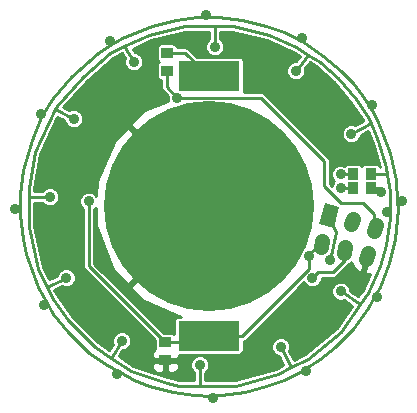
<source format=gbr>
G04 #@! TF.FileFunction,Copper,L2,Bot,Signal*
%FSLAX46Y46*%
G04 Gerber Fmt 4.6, Leading zero omitted, Abs format (unit mm)*
G04 Created by KiCad (PCBNEW (2015-03-21 BZR 5528)-product) date Wed 25 Mar 2015 08:48:55 AM EET*
%MOMM*%
G01*
G04 APERTURE LIST*
%ADD10C,0.100000*%
%ADD11C,1.300000*%
%ADD12C,17.800000*%
%ADD13R,5.200000X2.500000*%
%ADD14R,1.000760X0.899160*%
%ADD15R,0.899160X1.000760*%
%ADD16C,0.900000*%
%ADD17C,0.889000*%
%ADD18C,0.254000*%
G04 APERTURE END LIST*
D10*
G36*
X9341883Y-1516056D02*
X9807757Y222611D01*
X11063461Y-113854D01*
X10597587Y-1852521D01*
X9341883Y-1516056D01*
X9341883Y-1516056D01*
G37*
D11*
X9620329Y-2988288D02*
X9490919Y-3471250D01*
X12199229Y-1091112D02*
X12069819Y-1574074D01*
X11552181Y-3505926D02*
X11422771Y-3988888D01*
X14131081Y-1608750D02*
X14001671Y-2091712D01*
X13484033Y-4023564D02*
X13354623Y-4506526D01*
D12*
X0Y0D03*
D13*
X0Y-10985000D03*
X0Y10985000D03*
D14*
X-3683000Y-11567160D03*
X-3683000Y-13070840D03*
X-3556000Y12943840D03*
X-3556000Y11440160D03*
D15*
X13705840Y2667000D03*
X12202160Y2667000D03*
X13705840Y1524000D03*
X12202160Y1524000D03*
D16*
X11176000Y-7239000D03*
X6096000Y-11938000D03*
X-762000Y-13462000D03*
X-7366000Y-11430000D03*
X-12065000Y-6096000D03*
X-13462000Y762000D03*
X-11430000Y7366000D03*
X-6350000Y12192000D03*
X508000Y13462000D03*
X7366000Y11430000D03*
X12065000Y6096000D03*
X15112994Y-508000D03*
X16383000Y381000D03*
X14224000Y-7747000D03*
X8255000Y-13970000D03*
X381000Y-16256000D03*
X-7747000Y-14224000D03*
X-13970000Y-8382000D03*
X-16383000Y-254000D03*
X-14224000Y7747000D03*
X-8382000Y13970000D03*
X-254000Y16129000D03*
D17*
X7874000Y14224000D03*
D16*
X13843000Y8509000D03*
X14605000Y1143000D03*
X-10160000Y381000D03*
X8476501Y-4238253D03*
X-862500Y862500D03*
X-862500Y-862500D03*
X11198810Y1546810D03*
X11176000Y2667000D03*
X-2672703Y9162596D03*
X8758115Y-6076505D03*
X10287000Y-4572000D03*
X12069819Y-1574074D03*
D18*
X11176000Y-7239000D02*
X12799060Y-8323580D01*
X6096000Y-11938000D02*
X6959600Y-13665200D01*
X-762000Y-13462000D02*
X-762000Y-15240000D01*
X-7366000Y-11430000D02*
X-8274538Y-12856308D01*
X-12065000Y-6096000D02*
X-13716000Y-6858000D01*
X-13462000Y762000D02*
X-15240000Y762000D01*
X-11430000Y7366000D02*
X-13051336Y8173423D01*
X-6350000Y12192000D02*
X-7141737Y13526429D01*
X508000Y13462000D02*
X508000Y15240000D01*
X7366000Y11430000D02*
X8439079Y12791326D01*
X9398000Y12192000D02*
X8439079Y12791326D01*
X8439079Y12791326D02*
X7366000Y13462000D01*
X13716000Y6985000D02*
X14351000Y5461000D01*
X15367000Y1270000D02*
X15367000Y-762000D01*
X15367000Y-762000D02*
X15367000Y-1016000D01*
X15113000Y2624667D02*
X15367000Y1270000D01*
X14986000Y3302000D02*
X15113000Y2624667D01*
X14351000Y5461000D02*
X14986000Y3302000D01*
X13462000Y7493000D02*
X12446000Y9017000D01*
X12065000Y6096000D02*
X13716000Y6985000D01*
X13716000Y6985000D02*
X13462000Y7493000D01*
X10922000Y10795000D02*
X9398000Y12192000D01*
X12446000Y9017000D02*
X10922000Y10795000D01*
X14986000Y-3302000D02*
X15367000Y-1016000D01*
X14478000Y-5080000D02*
X14986000Y-3302000D01*
X13462000Y-7366000D02*
X14478000Y-5080000D01*
X11176000Y-10668000D02*
X12799060Y-8323580D01*
X12799060Y-8323580D02*
X13462000Y-7366000D01*
X8382000Y-12954000D02*
X11176000Y-10668000D01*
X5842000Y-14224000D02*
X6959600Y-13665200D01*
X6959600Y-13665200D02*
X8382000Y-12954000D01*
X2286000Y-15240000D02*
X5842000Y-14224000D01*
X-2540000Y-15240000D02*
X-762000Y-15240000D01*
X-762000Y-15240000D02*
X2286000Y-15240000D01*
X-3556000Y-14986000D02*
X-2540000Y-15240000D01*
X-6604000Y-13970000D02*
X-3556000Y-14986000D01*
X-9652000Y-11938000D02*
X-8274538Y-12856308D01*
X-8274538Y-12856308D02*
X-6604000Y-13970000D01*
X-11938000Y-9652000D02*
X-9652000Y-11938000D01*
X-13208000Y-7874000D02*
X-11938000Y-9652000D01*
X-14478000Y-5334000D02*
X-13716000Y-6858000D01*
X-13716000Y-6858000D02*
X-13208000Y-7874000D01*
X-15240000Y-1778000D02*
X-14478000Y-5334000D01*
X-15240000Y1524000D02*
X-15240000Y762000D01*
X-15240000Y762000D02*
X-15240000Y-1778000D01*
X-14732000Y4572000D02*
X-15240000Y1524000D01*
X-12954000Y8382000D02*
X-13051336Y8173423D01*
X-13051336Y8173423D02*
X-14732000Y4572000D01*
X-10668000Y10922000D02*
X-12954000Y8382000D01*
X-8382000Y12954000D02*
X-10668000Y10922000D01*
X-5080000Y14478000D02*
X-7141737Y13526429D01*
X-7141737Y13526429D02*
X-8382000Y12954000D01*
X-2032000Y15240000D02*
X-5080000Y14478000D01*
X2032000Y15240000D02*
X508000Y15240000D01*
X508000Y15240000D02*
X-2032000Y15240000D01*
X5080000Y14478000D02*
X2032000Y15240000D01*
X7366000Y13462000D02*
X5080000Y14478000D01*
X15367000Y-762000D02*
X15367000Y-633604D01*
X15367000Y-633604D02*
X15241396Y-508000D01*
X15241396Y-508000D02*
X15112994Y-508000D01*
X15105063Y2667000D02*
X15113000Y2667000D01*
X15113000Y2667000D02*
X15113000Y2624667D01*
X13705840Y2667000D02*
X15105063Y2667000D01*
X15968671Y379246D02*
X15968671Y379251D01*
X16383000Y381000D02*
X15968671Y379246D01*
X14224000Y-7747000D02*
X14001262Y-7692292D01*
X8255000Y-13970000D02*
X8255000Y-13716000D01*
X381000Y-16256000D02*
X254000Y-16129000D01*
X-13970000Y-8382000D02*
X-13705217Y-8249009D01*
X-16383000Y-254000D02*
X-16002000Y-381000D01*
X-14114585Y7684477D02*
X-14114585Y7684476D01*
X-14224000Y7747000D02*
X-14114585Y7684477D01*
X-8382000Y13970000D02*
X-8324921Y13624674D01*
X-254000Y16129000D02*
X-254000Y16002000D01*
X16002000Y-254000D02*
X15748000Y-2794000D01*
X13970000Y7765143D02*
X14351000Y7112000D01*
X15875000Y2159000D02*
X15968671Y379251D01*
X15968671Y379251D02*
X16002000Y-254000D01*
X15367000Y4445000D02*
X15875000Y2159000D01*
X14351000Y7112000D02*
X15367000Y4445000D01*
X12954000Y9398000D02*
X13637036Y8335938D01*
X12192000Y10414000D02*
X12954000Y9398000D01*
X11176000Y11430000D02*
X12192000Y10414000D01*
X9652000Y12700000D02*
X11176000Y11430000D01*
X7874000Y13970000D02*
X9652000Y12700000D01*
X6350000Y14732000D02*
X7874000Y13970000D01*
X4826000Y15240000D02*
X6350000Y14732000D01*
X2794000Y15748000D02*
X4826000Y15240000D01*
X762000Y16002000D02*
X2794000Y15748000D01*
X-1016000Y16002000D02*
X-254000Y16002000D01*
X-254000Y16002000D02*
X762000Y16002000D01*
X-2794000Y15748000D02*
X-1016000Y16002000D01*
X-4826000Y15240000D02*
X-2794000Y15748000D01*
X-7366000Y14224000D02*
X-4826000Y15240000D01*
X-9398000Y12954000D02*
X-8324921Y13624674D01*
X-8324921Y13624674D02*
X-7366000Y14224000D01*
X-11684000Y10922000D02*
X-9398000Y12954000D01*
X-13208000Y9144000D02*
X-11684000Y10922000D01*
X-14224000Y7493000D02*
X-14114585Y7684476D01*
X-14114585Y7684476D02*
X-13208000Y9144000D01*
X-14986000Y5588000D02*
X-14224000Y7493000D01*
X-15748000Y3048000D02*
X-14986000Y5588000D01*
X-16002000Y1016000D02*
X-15748000Y3048000D01*
X-16002000Y-762000D02*
X-16002000Y-381000D01*
X-16002000Y-381000D02*
X-16002000Y1016000D01*
X-15748000Y-2794000D02*
X-16002000Y-762000D01*
X-15494000Y-4064000D02*
X-15748000Y-2794000D01*
X-14478000Y-6858000D02*
X-15494000Y-4064000D01*
X-13208000Y-9144000D02*
X-13705217Y-8249009D01*
X-13705217Y-8249009D02*
X-14478000Y-6858000D01*
X-11938000Y-10668000D02*
X-13208000Y-9144000D01*
X-10160000Y-12446000D02*
X-11938000Y-10668000D01*
X-8636000Y-13462000D02*
X-10160000Y-12446000D01*
X-7493000Y-14097000D02*
X-8636000Y-13462000D01*
X-6350000Y-14732000D02*
X-7493000Y-14097000D01*
X-5080000Y-15240000D02*
X-6350000Y-14732000D01*
X-3048000Y-15748000D02*
X-5080000Y-15240000D01*
X-1270000Y-16002000D02*
X-3048000Y-15748000D01*
X1016000Y-16002000D02*
X254000Y-16129000D01*
X254000Y-16129000D02*
X-1270000Y-16002000D01*
X3048000Y-15748000D02*
X1016000Y-16002000D01*
X4826000Y-15240000D02*
X3048000Y-15748000D01*
X6350000Y-14732000D02*
X4826000Y-15240000D01*
X7874000Y-13970000D02*
X6350000Y-14732000D01*
X9398000Y-12954000D02*
X8255000Y-13716000D01*
X8255000Y-13716000D02*
X7874000Y-13970000D01*
X10668000Y-11938000D02*
X9398000Y-12954000D01*
X12192000Y-10414000D02*
X10668000Y-11938000D01*
X13462000Y-8636000D02*
X12192000Y-10414000D01*
X14478000Y-6858000D02*
X14001262Y-7692292D01*
X14001262Y-7692292D02*
X13462000Y-8636000D01*
X15240000Y-4826000D02*
X14478000Y-6858000D01*
X15748000Y-2794000D02*
X15240000Y-4826000D01*
X13637036Y8335938D02*
X13970000Y7765143D01*
X13462000Y8636000D02*
X13637036Y8335938D01*
X13843000Y8509000D02*
X13637036Y8335938D01*
X-7620000Y-14224000D02*
X-7493000Y-14097000D01*
X-7747000Y-14224000D02*
X-7620000Y-14224000D01*
X14224000Y1524000D02*
X14605000Y1143000D01*
X13705840Y1524000D02*
X14224000Y1524000D01*
X-2032000Y12954000D02*
X0Y10985000D01*
X-3556000Y12943840D02*
X-2032000Y12954000D01*
X-582160Y-11567160D02*
X0Y-10985000D01*
X-3683000Y-11567160D02*
X-582160Y-11567160D01*
X-10160000Y-5090160D02*
X-10160000Y381000D01*
X-3683000Y-11567160D02*
X-10160000Y-5090160D01*
X8476501Y-4874649D02*
X8476501Y-4238253D01*
X0Y-10985000D02*
X2854000Y-10985000D01*
X2854000Y-10985000D02*
X8476501Y-5362499D01*
X8476501Y-5362499D02*
X8476501Y-4874649D01*
X8476501Y-4132116D02*
X9620329Y-2988288D01*
X8476501Y-4238253D02*
X8476501Y-4132116D01*
X-862500Y862500D02*
X0Y0D01*
X-862500Y-862500D02*
X0Y0D01*
X0Y0D02*
X0Y-1270000D01*
X12179350Y1546810D02*
X12202160Y1524000D01*
X11198810Y1546810D02*
X12179350Y1546810D01*
X11176000Y2667000D02*
X12202160Y2667000D01*
X-3556000Y10038736D02*
X-3548843Y10038736D01*
X-3548843Y10038736D02*
X-2672703Y9162596D01*
X-3556000Y10038736D02*
X-3556000Y11440160D01*
X13081000Y254000D02*
X14001671Y-666671D01*
X9779000Y1651000D02*
X11176000Y254000D01*
X14001671Y-666671D02*
X14001671Y-2091712D01*
X9779000Y3768922D02*
X9779000Y1651000D01*
X4385326Y9162596D02*
X9779000Y3768922D01*
X11176000Y254000D02*
X13081000Y254000D01*
X-2672703Y9162596D02*
X4385326Y9162596D01*
X9208114Y-5626506D02*
X10502494Y-5626506D01*
X8758115Y-6076505D02*
X9208114Y-5626506D01*
X11552181Y-4576819D02*
X11552181Y-3505926D01*
X10502494Y-5626506D02*
X11552181Y-4576819D01*
X10758035Y-2216824D02*
X10137967Y-1056436D01*
X10287000Y-4572000D02*
X10758035Y-2216824D01*
G36*
X14475372Y3327792D02*
X14413397Y3422139D01*
X14295219Y3501911D01*
X14155420Y3529947D01*
X13256260Y3529947D01*
X13120671Y3503639D01*
X13001501Y3425357D01*
X12953913Y3354859D01*
X12909717Y3422139D01*
X12791539Y3501911D01*
X12651740Y3529947D01*
X11752580Y3529947D01*
X11616991Y3503639D01*
X11497821Y3425357D01*
X11487435Y3409972D01*
X11336947Y3472460D01*
X11016459Y3472740D01*
X10720260Y3350353D01*
X10493443Y3123932D01*
X10370540Y2827947D01*
X10370260Y2507459D01*
X10492647Y2211260D01*
X10608188Y2095517D01*
X10516253Y2003742D01*
X10396692Y1715808D01*
X10261600Y1850899D01*
X10261600Y3768922D01*
X10224864Y3953605D01*
X10120250Y4110172D01*
X4726576Y9503846D01*
X4570009Y9608460D01*
X4385326Y9645196D01*
X2944557Y9645196D01*
X2962567Y9735000D01*
X2962567Y12235000D01*
X2936259Y12370589D01*
X2857977Y12489759D01*
X2739799Y12569531D01*
X2600000Y12597567D01*
X-970659Y12597567D01*
X-1696165Y13300580D01*
X-1773419Y13350458D01*
X-1850293Y13401085D01*
X-1852486Y13401507D01*
X-1854360Y13402716D01*
X-1944905Y13419250D01*
X-2035217Y13436589D01*
X-2700569Y13432154D01*
X-2719361Y13529009D01*
X-2797643Y13648179D01*
X-2915821Y13727951D01*
X-3055620Y13755987D01*
X-4056380Y13755987D01*
X-4191969Y13729679D01*
X-4311139Y13651397D01*
X-4390911Y13533219D01*
X-4418947Y13393420D01*
X-4418947Y12494260D01*
X-4392639Y12358671D01*
X-4314357Y12239501D01*
X-4243859Y12191914D01*
X-4311139Y12147717D01*
X-4390911Y12029539D01*
X-4418947Y11889740D01*
X-4418947Y10990580D01*
X-4392639Y10854991D01*
X-4314357Y10735821D01*
X-4196179Y10656049D01*
X-4056380Y10628013D01*
X-4038600Y10628013D01*
X-4038600Y10038736D01*
X-4001864Y9854053D01*
X-3897250Y9697486D01*
X-3875682Y9683075D01*
X-3478197Y9285590D01*
X-3478443Y9003055D01*
X-3433888Y8895222D01*
X-5187479Y8222134D01*
X-5611099Y7939080D01*
X-6671700Y6851305D01*
X0Y179605D01*
X14142Y193748D01*
X193747Y14143D01*
X179605Y0D01*
X193747Y-14142D01*
X14142Y-193747D01*
X0Y-179605D01*
X-6671700Y-6851305D01*
X-5611099Y-7939080D01*
X-2391963Y-9372433D01*
X-2600000Y-9372433D01*
X-2735589Y-9398741D01*
X-2854759Y-9477023D01*
X-2934531Y-9595201D01*
X-2962567Y-9735000D01*
X-2962567Y-10837221D01*
X-3042821Y-10783049D01*
X-3182620Y-10755013D01*
X-3812647Y-10755013D01*
X-9677400Y-4890260D01*
X-9677400Y-275539D01*
X-9541953Y-140329D01*
X-9581423Y-1646131D01*
X-8222134Y-5187479D01*
X-7939080Y-5611099D01*
X-6851305Y-6671700D01*
X-179605Y0D01*
X-6851305Y6671700D01*
X-7939080Y5611099D01*
X-9482028Y2145825D01*
X-9515327Y875487D01*
X-9703068Y1063557D01*
X-9999053Y1186460D01*
X-10319541Y1186740D01*
X-10615740Y1064353D01*
X-10842557Y837932D01*
X-10965460Y541947D01*
X-10965740Y221459D01*
X-10843353Y-74740D01*
X-10642600Y-275844D01*
X-10642600Y-5090160D01*
X-10605864Y-5274843D01*
X-10501250Y-5431410D01*
X-4545947Y-11386713D01*
X-4545947Y-12016740D01*
X-4533846Y-12079108D01*
X-4543079Y-12082933D01*
X-4721707Y-12261562D01*
X-4818380Y-12494951D01*
X-4818380Y-12785090D01*
X-4659630Y-12943840D01*
X-3810000Y-12943840D01*
X-3810000Y-12923840D01*
X-3556000Y-12923840D01*
X-3556000Y-12943840D01*
X-2706370Y-12943840D01*
X-2547620Y-12785090D01*
X-2547620Y-12597567D01*
X2600000Y-12597567D01*
X2735589Y-12571259D01*
X2854759Y-12492977D01*
X2934531Y-12374799D01*
X2962567Y-12235000D01*
X2962567Y-11446004D01*
X3038683Y-11430864D01*
X3195250Y-11326250D01*
X8049761Y-6471738D01*
X8074762Y-6532245D01*
X8301183Y-6759062D01*
X8597168Y-6881965D01*
X8917656Y-6882245D01*
X9213855Y-6759858D01*
X9440672Y-6533437D01*
X9563575Y-6237452D01*
X9563687Y-6109106D01*
X10502494Y-6109106D01*
X10687177Y-6072370D01*
X10843744Y-5967756D01*
X11893427Y-4918071D01*
X11893431Y-4918069D01*
X11893431Y-4918068D01*
X11915722Y-4884706D01*
X11915723Y-4884706D01*
X11919206Y-4883524D01*
X12081851Y-4740887D01*
X12081803Y-4755271D01*
X12273881Y-5223424D01*
X12630492Y-5582435D01*
X12718505Y-5623030D01*
X12942315Y-5554592D01*
X13263785Y-4354848D01*
X13244466Y-4349671D01*
X13310206Y-4104325D01*
X13329525Y-4109502D01*
X13334701Y-4090183D01*
X13580047Y-4155923D01*
X13574871Y-4175242D01*
X13594189Y-4180418D01*
X13528449Y-4425764D01*
X13509131Y-4420588D01*
X13187660Y-5620332D01*
X13347266Y-5791506D01*
X13443785Y-5800356D01*
X13655245Y-5742934D01*
X13039408Y-7128568D01*
X12672486Y-7658566D01*
X11981637Y-7196920D01*
X11981740Y-7079459D01*
X11859353Y-6783260D01*
X11632932Y-6556443D01*
X11336947Y-6433540D01*
X11016459Y-6433260D01*
X10720260Y-6555647D01*
X10493443Y-6782068D01*
X10370540Y-7078053D01*
X10370260Y-7398541D01*
X10492647Y-7694740D01*
X10719068Y-7921557D01*
X11015053Y-8044460D01*
X11335541Y-8044740D01*
X11445301Y-7999387D01*
X12123010Y-8452254D01*
X10817854Y-10337478D01*
X8118045Y-12546414D01*
X7175425Y-13017723D01*
X6817335Y-12301543D01*
X6901460Y-12098947D01*
X6901740Y-11778459D01*
X6779353Y-11482260D01*
X6552932Y-11255443D01*
X6256947Y-11132540D01*
X5936459Y-11132260D01*
X5640260Y-11254647D01*
X5413443Y-11481068D01*
X5290540Y-11777053D01*
X5290260Y-12097541D01*
X5412647Y-12393740D01*
X5639068Y-12620557D01*
X5935053Y-12743460D01*
X5959177Y-12743481D01*
X6312123Y-13449374D01*
X5666292Y-13772290D01*
X2218411Y-14757400D01*
X-279400Y-14757400D01*
X-279400Y-14118539D01*
X-79443Y-13918932D01*
X43460Y-13622947D01*
X43740Y-13302459D01*
X-78647Y-13006260D01*
X-305068Y-12779443D01*
X-601053Y-12656540D01*
X-921541Y-12656260D01*
X-1217740Y-12778647D01*
X-1444557Y-13005068D01*
X-1567460Y-13301053D01*
X-1567740Y-13621541D01*
X-1445353Y-13917740D01*
X-1244600Y-14118844D01*
X-1244600Y-14757400D01*
X-2480588Y-14757400D01*
X-2547620Y-14740642D01*
X-2547620Y-13646729D01*
X-2547620Y-13356590D01*
X-2706370Y-13197840D01*
X-3556000Y-13197840D01*
X-3556000Y-13996670D01*
X-3397250Y-14155420D01*
X-3308929Y-14155420D01*
X-3056310Y-14155420D01*
X-2822921Y-14058747D01*
X-2644293Y-13880118D01*
X-2547620Y-13646729D01*
X-2547620Y-14740642D01*
X-3420972Y-14522304D01*
X-3810000Y-14392627D01*
X-3810000Y-13996670D01*
X-3810000Y-13197840D01*
X-4659630Y-13197840D01*
X-4818380Y-13356590D01*
X-4818380Y-13646729D01*
X-4721707Y-13880118D01*
X-4543079Y-14058747D01*
X-4309690Y-14155420D01*
X-4057071Y-14155420D01*
X-3968750Y-14155420D01*
X-3810000Y-13996670D01*
X-3810000Y-14392627D01*
X-6390080Y-13532601D01*
X-7613572Y-12716940D01*
X-7306998Y-12235652D01*
X-7206459Y-12235740D01*
X-6910260Y-12113353D01*
X-6683443Y-11886932D01*
X-6560540Y-11590947D01*
X-6560260Y-11270459D01*
X-6682647Y-10974260D01*
X-6909068Y-10747443D01*
X-7205053Y-10624540D01*
X-7525541Y-10624260D01*
X-7821740Y-10746647D01*
X-8048557Y-10973068D01*
X-8171460Y-11269053D01*
X-8171740Y-11589541D01*
X-8119835Y-11715161D01*
X-8416840Y-12181427D01*
X-9344538Y-11562962D01*
X-11568510Y-9338990D01*
X-12793284Y-7624305D01*
X-13061675Y-7087524D01*
X-12453664Y-6806904D01*
X-12225947Y-6901460D01*
X-11905459Y-6901740D01*
X-11609260Y-6779353D01*
X-11382443Y-6552932D01*
X-11259540Y-6256947D01*
X-11259260Y-5936459D01*
X-11381647Y-5640260D01*
X-11608068Y-5413443D01*
X-11904053Y-5290540D01*
X-12224541Y-5290260D01*
X-12520740Y-5412647D01*
X-12747557Y-5639068D01*
X-12870460Y-5935053D01*
X-12870462Y-5936229D01*
X-13493536Y-6223802D01*
X-14018950Y-5172974D01*
X-14757400Y-1726874D01*
X-14757400Y279400D01*
X-14118540Y279400D01*
X-13918932Y79443D01*
X-13622947Y-43460D01*
X-13302459Y-43740D01*
X-13006260Y78647D01*
X-12779443Y305068D01*
X-12656540Y601053D01*
X-12656260Y921541D01*
X-12778647Y1217740D01*
X-13005068Y1444557D01*
X-13301053Y1567460D01*
X-13621541Y1567740D01*
X-13917740Y1445353D01*
X-14118845Y1244600D01*
X-14757400Y1244600D01*
X-14757400Y1484057D01*
X-14266802Y4427646D01*
X-12823351Y7520755D01*
X-12235722Y7228117D01*
X-12235740Y7206459D01*
X-12113353Y6910260D01*
X-11886932Y6683443D01*
X-11590947Y6560540D01*
X-11270459Y6560260D01*
X-10974260Y6682647D01*
X-10747443Y6909068D01*
X-10624540Y7205053D01*
X-10624260Y7525541D01*
X-10746647Y7821740D01*
X-10973068Y8048557D01*
X-11269053Y8171460D01*
X-11589541Y8171740D01*
X-11794940Y8086872D01*
X-12330367Y8353514D01*
X-10327279Y10579166D01*
X-8114828Y12545790D01*
X-7334691Y12905853D01*
X-7094190Y12500503D01*
X-7155460Y12352947D01*
X-7155740Y12032459D01*
X-7033353Y11736260D01*
X-6806932Y11509443D01*
X-6510947Y11386540D01*
X-6190459Y11386260D01*
X-5894260Y11508647D01*
X-5667443Y11735068D01*
X-5544540Y12031053D01*
X-5544260Y12351541D01*
X-5666647Y12647740D01*
X-5893068Y12874557D01*
X-6189053Y12997460D01*
X-6266782Y12997528D01*
X-6453651Y13312487D01*
X-4918951Y14020810D01*
X-1972589Y14757400D01*
X25400Y14757400D01*
X25400Y14118540D01*
X-174557Y13918932D01*
X-297460Y13622947D01*
X-297740Y13302459D01*
X-175353Y13006260D01*
X51068Y12779443D01*
X347053Y12656540D01*
X667541Y12656260D01*
X963740Y12778647D01*
X1190557Y13005068D01*
X1313460Y13301053D01*
X1313740Y13621541D01*
X1191353Y13917740D01*
X990600Y14118844D01*
X990600Y14757400D01*
X1972588Y14757400D01*
X4922299Y14019973D01*
X7138997Y13034773D01*
X7726855Y12667361D01*
X7386502Y12235583D01*
X7206459Y12235740D01*
X6910260Y12113353D01*
X6683443Y11886932D01*
X6560540Y11590947D01*
X6560260Y11270459D01*
X6682647Y10974260D01*
X6909068Y10747443D01*
X7205053Y10624540D01*
X7525541Y10624260D01*
X7821740Y10746647D01*
X8048557Y10973068D01*
X8171460Y11269053D01*
X8171740Y11589541D01*
X8149222Y11644037D01*
X8550224Y12152755D01*
X9104596Y11806273D01*
X10574484Y10458877D01*
X12060620Y8725052D01*
X13043783Y7250307D01*
X13074964Y7187944D01*
X12404914Y6827147D01*
X12225947Y6901460D01*
X11905459Y6901740D01*
X11609260Y6779353D01*
X11382443Y6552932D01*
X11259540Y6256947D01*
X11259260Y5936459D01*
X11381647Y5640260D01*
X11608068Y5413443D01*
X11904053Y5290540D01*
X12224541Y5290260D01*
X12520740Y5412647D01*
X12747557Y5639068D01*
X12870460Y5935053D01*
X12870500Y5981616D01*
X13475518Y6307395D01*
X13895420Y5299631D01*
X14475372Y3327792D01*
X14475372Y3327792D01*
G37*
X14475372Y3327792D02*
X14413397Y3422139D01*
X14295219Y3501911D01*
X14155420Y3529947D01*
X13256260Y3529947D01*
X13120671Y3503639D01*
X13001501Y3425357D01*
X12953913Y3354859D01*
X12909717Y3422139D01*
X12791539Y3501911D01*
X12651740Y3529947D01*
X11752580Y3529947D01*
X11616991Y3503639D01*
X11497821Y3425357D01*
X11487435Y3409972D01*
X11336947Y3472460D01*
X11016459Y3472740D01*
X10720260Y3350353D01*
X10493443Y3123932D01*
X10370540Y2827947D01*
X10370260Y2507459D01*
X10492647Y2211260D01*
X10608188Y2095517D01*
X10516253Y2003742D01*
X10396692Y1715808D01*
X10261600Y1850899D01*
X10261600Y3768922D01*
X10224864Y3953605D01*
X10120250Y4110172D01*
X4726576Y9503846D01*
X4570009Y9608460D01*
X4385326Y9645196D01*
X2944557Y9645196D01*
X2962567Y9735000D01*
X2962567Y12235000D01*
X2936259Y12370589D01*
X2857977Y12489759D01*
X2739799Y12569531D01*
X2600000Y12597567D01*
X-970659Y12597567D01*
X-1696165Y13300580D01*
X-1773419Y13350458D01*
X-1850293Y13401085D01*
X-1852486Y13401507D01*
X-1854360Y13402716D01*
X-1944905Y13419250D01*
X-2035217Y13436589D01*
X-2700569Y13432154D01*
X-2719361Y13529009D01*
X-2797643Y13648179D01*
X-2915821Y13727951D01*
X-3055620Y13755987D01*
X-4056380Y13755987D01*
X-4191969Y13729679D01*
X-4311139Y13651397D01*
X-4390911Y13533219D01*
X-4418947Y13393420D01*
X-4418947Y12494260D01*
X-4392639Y12358671D01*
X-4314357Y12239501D01*
X-4243859Y12191914D01*
X-4311139Y12147717D01*
X-4390911Y12029539D01*
X-4418947Y11889740D01*
X-4418947Y10990580D01*
X-4392639Y10854991D01*
X-4314357Y10735821D01*
X-4196179Y10656049D01*
X-4056380Y10628013D01*
X-4038600Y10628013D01*
X-4038600Y10038736D01*
X-4001864Y9854053D01*
X-3897250Y9697486D01*
X-3875682Y9683075D01*
X-3478197Y9285590D01*
X-3478443Y9003055D01*
X-3433888Y8895222D01*
X-5187479Y8222134D01*
X-5611099Y7939080D01*
X-6671700Y6851305D01*
X0Y179605D01*
X14142Y193748D01*
X193747Y14143D01*
X179605Y0D01*
X193747Y-14142D01*
X14142Y-193747D01*
X0Y-179605D01*
X-6671700Y-6851305D01*
X-5611099Y-7939080D01*
X-2391963Y-9372433D01*
X-2600000Y-9372433D01*
X-2735589Y-9398741D01*
X-2854759Y-9477023D01*
X-2934531Y-9595201D01*
X-2962567Y-9735000D01*
X-2962567Y-10837221D01*
X-3042821Y-10783049D01*
X-3182620Y-10755013D01*
X-3812647Y-10755013D01*
X-9677400Y-4890260D01*
X-9677400Y-275539D01*
X-9541953Y-140329D01*
X-9581423Y-1646131D01*
X-8222134Y-5187479D01*
X-7939080Y-5611099D01*
X-6851305Y-6671700D01*
X-179605Y0D01*
X-6851305Y6671700D01*
X-7939080Y5611099D01*
X-9482028Y2145825D01*
X-9515327Y875487D01*
X-9703068Y1063557D01*
X-9999053Y1186460D01*
X-10319541Y1186740D01*
X-10615740Y1064353D01*
X-10842557Y837932D01*
X-10965460Y541947D01*
X-10965740Y221459D01*
X-10843353Y-74740D01*
X-10642600Y-275844D01*
X-10642600Y-5090160D01*
X-10605864Y-5274843D01*
X-10501250Y-5431410D01*
X-4545947Y-11386713D01*
X-4545947Y-12016740D01*
X-4533846Y-12079108D01*
X-4543079Y-12082933D01*
X-4721707Y-12261562D01*
X-4818380Y-12494951D01*
X-4818380Y-12785090D01*
X-4659630Y-12943840D01*
X-3810000Y-12943840D01*
X-3810000Y-12923840D01*
X-3556000Y-12923840D01*
X-3556000Y-12943840D01*
X-2706370Y-12943840D01*
X-2547620Y-12785090D01*
X-2547620Y-12597567D01*
X2600000Y-12597567D01*
X2735589Y-12571259D01*
X2854759Y-12492977D01*
X2934531Y-12374799D01*
X2962567Y-12235000D01*
X2962567Y-11446004D01*
X3038683Y-11430864D01*
X3195250Y-11326250D01*
X8049761Y-6471738D01*
X8074762Y-6532245D01*
X8301183Y-6759062D01*
X8597168Y-6881965D01*
X8917656Y-6882245D01*
X9213855Y-6759858D01*
X9440672Y-6533437D01*
X9563575Y-6237452D01*
X9563687Y-6109106D01*
X10502494Y-6109106D01*
X10687177Y-6072370D01*
X10843744Y-5967756D01*
X11893427Y-4918071D01*
X11893431Y-4918069D01*
X11893431Y-4918068D01*
X11915722Y-4884706D01*
X11915723Y-4884706D01*
X11919206Y-4883524D01*
X12081851Y-4740887D01*
X12081803Y-4755271D01*
X12273881Y-5223424D01*
X12630492Y-5582435D01*
X12718505Y-5623030D01*
X12942315Y-5554592D01*
X13263785Y-4354848D01*
X13244466Y-4349671D01*
X13310206Y-4104325D01*
X13329525Y-4109502D01*
X13334701Y-4090183D01*
X13580047Y-4155923D01*
X13574871Y-4175242D01*
X13594189Y-4180418D01*
X13528449Y-4425764D01*
X13509131Y-4420588D01*
X13187660Y-5620332D01*
X13347266Y-5791506D01*
X13443785Y-5800356D01*
X13655245Y-5742934D01*
X13039408Y-7128568D01*
X12672486Y-7658566D01*
X11981637Y-7196920D01*
X11981740Y-7079459D01*
X11859353Y-6783260D01*
X11632932Y-6556443D01*
X11336947Y-6433540D01*
X11016459Y-6433260D01*
X10720260Y-6555647D01*
X10493443Y-6782068D01*
X10370540Y-7078053D01*
X10370260Y-7398541D01*
X10492647Y-7694740D01*
X10719068Y-7921557D01*
X11015053Y-8044460D01*
X11335541Y-8044740D01*
X11445301Y-7999387D01*
X12123010Y-8452254D01*
X10817854Y-10337478D01*
X8118045Y-12546414D01*
X7175425Y-13017723D01*
X6817335Y-12301543D01*
X6901460Y-12098947D01*
X6901740Y-11778459D01*
X6779353Y-11482260D01*
X6552932Y-11255443D01*
X6256947Y-11132540D01*
X5936459Y-11132260D01*
X5640260Y-11254647D01*
X5413443Y-11481068D01*
X5290540Y-11777053D01*
X5290260Y-12097541D01*
X5412647Y-12393740D01*
X5639068Y-12620557D01*
X5935053Y-12743460D01*
X5959177Y-12743481D01*
X6312123Y-13449374D01*
X5666292Y-13772290D01*
X2218411Y-14757400D01*
X-279400Y-14757400D01*
X-279400Y-14118539D01*
X-79443Y-13918932D01*
X43460Y-13622947D01*
X43740Y-13302459D01*
X-78647Y-13006260D01*
X-305068Y-12779443D01*
X-601053Y-12656540D01*
X-921541Y-12656260D01*
X-1217740Y-12778647D01*
X-1444557Y-13005068D01*
X-1567460Y-13301053D01*
X-1567740Y-13621541D01*
X-1445353Y-13917740D01*
X-1244600Y-14118844D01*
X-1244600Y-14757400D01*
X-2480588Y-14757400D01*
X-2547620Y-14740642D01*
X-2547620Y-13646729D01*
X-2547620Y-13356590D01*
X-2706370Y-13197840D01*
X-3556000Y-13197840D01*
X-3556000Y-13996670D01*
X-3397250Y-14155420D01*
X-3308929Y-14155420D01*
X-3056310Y-14155420D01*
X-2822921Y-14058747D01*
X-2644293Y-13880118D01*
X-2547620Y-13646729D01*
X-2547620Y-14740642D01*
X-3420972Y-14522304D01*
X-3810000Y-14392627D01*
X-3810000Y-13996670D01*
X-3810000Y-13197840D01*
X-4659630Y-13197840D01*
X-4818380Y-13356590D01*
X-4818380Y-13646729D01*
X-4721707Y-13880118D01*
X-4543079Y-14058747D01*
X-4309690Y-14155420D01*
X-4057071Y-14155420D01*
X-3968750Y-14155420D01*
X-3810000Y-13996670D01*
X-3810000Y-14392627D01*
X-6390080Y-13532601D01*
X-7613572Y-12716940D01*
X-7306998Y-12235652D01*
X-7206459Y-12235740D01*
X-6910260Y-12113353D01*
X-6683443Y-11886932D01*
X-6560540Y-11590947D01*
X-6560260Y-11270459D01*
X-6682647Y-10974260D01*
X-6909068Y-10747443D01*
X-7205053Y-10624540D01*
X-7525541Y-10624260D01*
X-7821740Y-10746647D01*
X-8048557Y-10973068D01*
X-8171460Y-11269053D01*
X-8171740Y-11589541D01*
X-8119835Y-11715161D01*
X-8416840Y-12181427D01*
X-9344538Y-11562962D01*
X-11568510Y-9338990D01*
X-12793284Y-7624305D01*
X-13061675Y-7087524D01*
X-12453664Y-6806904D01*
X-12225947Y-6901460D01*
X-11905459Y-6901740D01*
X-11609260Y-6779353D01*
X-11382443Y-6552932D01*
X-11259540Y-6256947D01*
X-11259260Y-5936459D01*
X-11381647Y-5640260D01*
X-11608068Y-5413443D01*
X-11904053Y-5290540D01*
X-12224541Y-5290260D01*
X-12520740Y-5412647D01*
X-12747557Y-5639068D01*
X-12870460Y-5935053D01*
X-12870462Y-5936229D01*
X-13493536Y-6223802D01*
X-14018950Y-5172974D01*
X-14757400Y-1726874D01*
X-14757400Y279400D01*
X-14118540Y279400D01*
X-13918932Y79443D01*
X-13622947Y-43460D01*
X-13302459Y-43740D01*
X-13006260Y78647D01*
X-12779443Y305068D01*
X-12656540Y601053D01*
X-12656260Y921541D01*
X-12778647Y1217740D01*
X-13005068Y1444557D01*
X-13301053Y1567460D01*
X-13621541Y1567740D01*
X-13917740Y1445353D01*
X-14118845Y1244600D01*
X-14757400Y1244600D01*
X-14757400Y1484057D01*
X-14266802Y4427646D01*
X-12823351Y7520755D01*
X-12235722Y7228117D01*
X-12235740Y7206459D01*
X-12113353Y6910260D01*
X-11886932Y6683443D01*
X-11590947Y6560540D01*
X-11270459Y6560260D01*
X-10974260Y6682647D01*
X-10747443Y6909068D01*
X-10624540Y7205053D01*
X-10624260Y7525541D01*
X-10746647Y7821740D01*
X-10973068Y8048557D01*
X-11269053Y8171460D01*
X-11589541Y8171740D01*
X-11794940Y8086872D01*
X-12330367Y8353514D01*
X-10327279Y10579166D01*
X-8114828Y12545790D01*
X-7334691Y12905853D01*
X-7094190Y12500503D01*
X-7155460Y12352947D01*
X-7155740Y12032459D01*
X-7033353Y11736260D01*
X-6806932Y11509443D01*
X-6510947Y11386540D01*
X-6190459Y11386260D01*
X-5894260Y11508647D01*
X-5667443Y11735068D01*
X-5544540Y12031053D01*
X-5544260Y12351541D01*
X-5666647Y12647740D01*
X-5893068Y12874557D01*
X-6189053Y12997460D01*
X-6266782Y12997528D01*
X-6453651Y13312487D01*
X-4918951Y14020810D01*
X-1972589Y14757400D01*
X25400Y14757400D01*
X25400Y14118540D01*
X-174557Y13918932D01*
X-297460Y13622947D01*
X-297740Y13302459D01*
X-175353Y13006260D01*
X51068Y12779443D01*
X347053Y12656540D01*
X667541Y12656260D01*
X963740Y12778647D01*
X1190557Y13005068D01*
X1313460Y13301053D01*
X1313740Y13621541D01*
X1191353Y13917740D01*
X990600Y14118844D01*
X990600Y14757400D01*
X1972588Y14757400D01*
X4922299Y14019973D01*
X7138997Y13034773D01*
X7726855Y12667361D01*
X7386502Y12235583D01*
X7206459Y12235740D01*
X6910260Y12113353D01*
X6683443Y11886932D01*
X6560540Y11590947D01*
X6560260Y11270459D01*
X6682647Y10974260D01*
X6909068Y10747443D01*
X7205053Y10624540D01*
X7525541Y10624260D01*
X7821740Y10746647D01*
X8048557Y10973068D01*
X8171460Y11269053D01*
X8171740Y11589541D01*
X8149222Y11644037D01*
X8550224Y12152755D01*
X9104596Y11806273D01*
X10574484Y10458877D01*
X12060620Y8725052D01*
X13043783Y7250307D01*
X13074964Y7187944D01*
X12404914Y6827147D01*
X12225947Y6901460D01*
X11905459Y6901740D01*
X11609260Y6779353D01*
X11382443Y6552932D01*
X11259540Y6256947D01*
X11259260Y5936459D01*
X11381647Y5640260D01*
X11608068Y5413443D01*
X11904053Y5290540D01*
X12224541Y5290260D01*
X12520740Y5412647D01*
X12747557Y5639068D01*
X12870460Y5935053D01*
X12870500Y5981616D01*
X13475518Y6307395D01*
X13895420Y5299631D01*
X14475372Y3327792D01*
M02*

</source>
